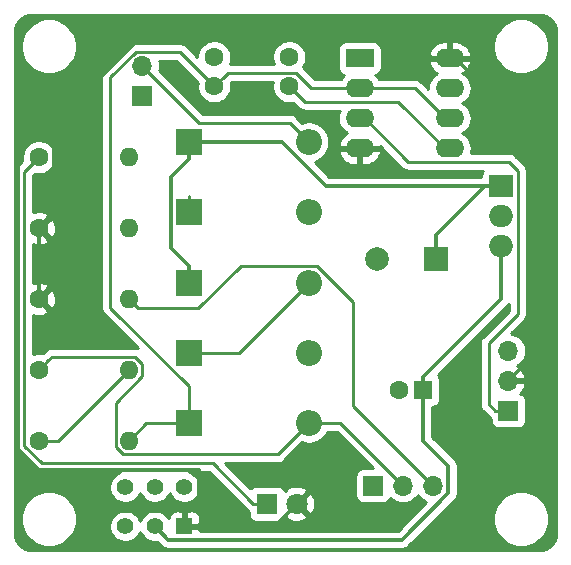
<source format=gtl>
G04 #@! TF.GenerationSoftware,KiCad,Pcbnew,(5.1.4)-1*
G04 #@! TF.CreationDate,2022-04-13T08:26:58-06:00*
G04 #@! TF.ProjectId,UselessBox V2,5573656c-6573-4734-926f-782056322e6b,2*
G04 #@! TF.SameCoordinates,Original*
G04 #@! TF.FileFunction,Copper,L1,Top*
G04 #@! TF.FilePolarity,Positive*
%FSLAX46Y46*%
G04 Gerber Fmt 4.6, Leading zero omitted, Abs format (unit mm)*
G04 Created by KiCad (PCBNEW (5.1.4)-1) date 2022-04-13 08:26:58*
%MOMM*%
%LPD*%
G04 APERTURE LIST*
%ADD10O,1.700000X1.700000*%
%ADD11R,1.700000X1.700000*%
%ADD12O,2.200000X2.200000*%
%ADD13R,2.200000X2.200000*%
%ADD14R,2.000000X2.000000*%
%ADD15C,2.000000*%
%ADD16R,1.600000X1.600000*%
%ADD17C,1.600000*%
%ADD18R,1.800000X1.800000*%
%ADD19C,1.800000*%
%ADD20O,1.600000X1.600000*%
%ADD21R,1.400000X1.400000*%
%ADD22C,1.400000*%
%ADD23R,2.000000X1.905000*%
%ADD24O,2.000000X1.905000*%
%ADD25R,2.400000X1.600000*%
%ADD26O,2.400000X1.600000*%
%ADD27C,0.300000*%
%ADD28C,0.250000*%
%ADD29C,0.254000*%
G04 APERTURE END LIST*
D10*
X160370677Y-118364000D03*
X157830677Y-118364000D03*
D11*
X155290677Y-118364000D03*
D10*
X135763000Y-82804000D03*
D11*
X135763000Y-85344000D03*
D12*
X149860000Y-113057000D03*
D13*
X139700000Y-113057000D03*
D12*
X149860000Y-107106250D03*
D13*
X139700000Y-107106250D03*
D12*
X149860000Y-101155500D03*
D13*
X139700000Y-101155500D03*
D12*
X149860000Y-95204750D03*
D13*
X139700000Y-95204750D03*
D12*
X149860000Y-89254000D03*
D13*
X139700000Y-89254000D03*
D14*
X160655000Y-99187000D03*
D15*
X155655000Y-99187000D03*
D16*
X159512000Y-110236000D03*
D17*
X157512000Y-110236000D03*
X141859000Y-84544000D03*
X141859000Y-82044000D03*
X148209000Y-82044000D03*
X148209000Y-84544000D03*
D18*
X146304000Y-119888000D03*
D19*
X148844000Y-119888000D03*
D11*
X166751000Y-112014000D03*
D10*
X166751000Y-109474000D03*
X166751000Y-106934000D03*
D17*
X127000000Y-90551000D03*
D20*
X134620000Y-90551000D03*
X134620000Y-96551750D03*
D17*
X127000000Y-96551750D03*
X127000000Y-102552500D03*
D20*
X134620000Y-102552500D03*
X134620000Y-108553250D03*
D17*
X127000000Y-108553250D03*
X127000000Y-114554000D03*
D20*
X134620000Y-114554000D03*
D21*
X139319000Y-121793000D03*
D22*
X136819000Y-121793000D03*
X134319000Y-121793000D03*
X139319000Y-118493000D03*
X136819000Y-118493000D03*
X134319000Y-118493000D03*
D23*
X166116000Y-92964000D03*
D24*
X166116000Y-95504000D03*
X166116000Y-98044000D03*
D25*
X154178000Y-82169000D03*
D26*
X161798000Y-89789000D03*
X154178000Y-84709000D03*
X161798000Y-87249000D03*
X154178000Y-87249000D03*
X161798000Y-84709000D03*
X154178000Y-89789000D03*
X161798000Y-82169000D03*
D27*
X139700000Y-90654000D02*
X139700000Y-89254000D01*
X138149999Y-92204001D02*
X139700000Y-90654000D01*
X138149999Y-98205499D02*
X138149999Y-92204001D01*
X139700000Y-99755500D02*
X138149999Y-98205499D01*
X139700000Y-101155500D02*
X139700000Y-99755500D01*
X166116000Y-92964000D02*
X166068500Y-92964000D01*
X151275998Y-92964000D02*
X164816000Y-92964000D01*
X147565998Y-89254000D02*
X151275998Y-92964000D01*
X139700000Y-89254000D02*
X147565998Y-89254000D01*
X160655000Y-97887000D02*
X160655000Y-99187000D01*
X160655000Y-97125000D02*
X160655000Y-97887000D01*
X164816000Y-92964000D02*
X160655000Y-97125000D01*
X166116000Y-92964000D02*
X164816000Y-92964000D01*
X157715678Y-122943001D02*
X161670678Y-118988001D01*
X137969001Y-122943001D02*
X157715678Y-122943001D01*
X136819000Y-121793000D02*
X137969001Y-122943001D01*
X166116000Y-98044000D02*
X166068500Y-98044000D01*
X159512000Y-110236000D02*
X159512000Y-109136000D01*
X166116000Y-102532000D02*
X166116000Y-98044000D01*
X159512000Y-109136000D02*
X166116000Y-102532000D01*
X159512000Y-114554000D02*
X161670678Y-116712678D01*
X159512000Y-110236000D02*
X159512000Y-114554000D01*
X161670678Y-116712678D02*
X161670678Y-118988001D01*
D28*
X153778000Y-84709000D02*
X154178000Y-84709000D01*
X161398000Y-87249000D02*
X161798000Y-87249000D01*
X158858000Y-84709000D02*
X161398000Y-87249000D01*
X154178000Y-84709000D02*
X158858000Y-84709000D01*
X136117000Y-113057000D02*
X139700000Y-113057000D01*
X134620000Y-114554000D02*
X136117000Y-113057000D01*
X141059001Y-83744001D02*
X141859000Y-84544000D01*
X138943999Y-81628999D02*
X141059001Y-83744001D01*
X135198999Y-81628999D02*
X138943999Y-81628999D01*
X133044989Y-83783009D02*
X135198999Y-81628999D01*
X133044989Y-103278901D02*
X133044989Y-83783009D01*
X139700000Y-109933912D02*
X133044989Y-103278901D01*
X139700000Y-113057000D02*
X139700000Y-109933912D01*
X142658999Y-83744001D02*
X141859000Y-84544000D01*
X142984001Y-83418999D02*
X142658999Y-83744001D01*
X148749001Y-83418999D02*
X142984001Y-83418999D01*
X150039002Y-84709000D02*
X148749001Y-83418999D01*
X154178000Y-84709000D02*
X150039002Y-84709000D01*
X149008999Y-85343999D02*
X148209000Y-84544000D01*
X149499010Y-85834010D02*
X149008999Y-85343999D01*
X157443010Y-85834010D02*
X149499010Y-85834010D01*
X161398000Y-89789000D02*
X157443010Y-85834010D01*
X161798000Y-89789000D02*
X161398000Y-89789000D01*
X145154000Y-119888000D02*
X146304000Y-119888000D01*
X141725000Y-116459000D02*
X145154000Y-119888000D01*
X127239998Y-116459000D02*
X141725000Y-116459000D01*
X125774999Y-114994001D02*
X127239998Y-116459000D01*
X125774999Y-91776001D02*
X125774999Y-114994001D01*
X127000000Y-90551000D02*
X125774999Y-91776001D01*
D27*
X140319000Y-121793000D02*
X139319000Y-121793000D01*
X140364010Y-121838010D02*
X140319000Y-121793000D01*
X146893990Y-121838010D02*
X140364010Y-121838010D01*
X148844000Y-119888000D02*
X146893990Y-121838010D01*
X127000000Y-102552500D02*
X127000000Y-96551750D01*
X160298000Y-82169000D02*
X161798000Y-82169000D01*
X158372989Y-80243989D02*
X160298000Y-82169000D01*
X135770823Y-80243989D02*
X158372989Y-80243989D01*
X128250001Y-87764811D02*
X135770823Y-80243989D01*
X128250001Y-95301749D02*
X128250001Y-87764811D01*
X127000000Y-96551750D02*
X128250001Y-95301749D01*
X125199989Y-88795011D02*
X125199989Y-115232177D01*
X126230189Y-87764811D02*
X125199989Y-88795011D01*
X128250001Y-87764811D02*
X126230189Y-87764811D01*
X127001822Y-117034010D02*
X140529010Y-117034010D01*
X125199989Y-115232177D02*
X127001822Y-117034010D01*
X139319000Y-120793000D02*
X139319000Y-121793000D01*
X140529010Y-119582990D02*
X139319000Y-120793000D01*
X140529010Y-117034010D02*
X140529010Y-119582990D01*
X162198000Y-82169000D02*
X161798000Y-82169000D01*
X169866010Y-89837010D02*
X162198000Y-82169000D01*
X169866010Y-106358990D02*
X166751000Y-109474000D01*
X169866010Y-89837010D02*
X169866010Y-106358990D01*
D28*
X160370677Y-118364000D02*
X153638676Y-111631999D01*
X135419999Y-103352499D02*
X134620000Y-102552500D01*
X140468003Y-103352499D02*
X135419999Y-103352499D01*
X144090003Y-99730499D02*
X140468003Y-103352499D01*
X150544001Y-99730499D02*
X144090003Y-99730499D01*
X153638676Y-102825174D02*
X150544001Y-99730499D01*
X153638676Y-111631999D02*
X153638676Y-102825174D01*
X128619250Y-114554000D02*
X127000000Y-114554000D01*
X134620000Y-108553250D02*
X128619250Y-114554000D01*
X152523677Y-113057000D02*
X157830677Y-118364000D01*
X149860000Y-113057000D02*
X152523677Y-113057000D01*
X127799999Y-107753251D02*
X127000000Y-108553250D01*
X128125001Y-107428249D02*
X127799999Y-107753251D01*
X135160001Y-107428249D02*
X128125001Y-107428249D01*
X135745001Y-108013249D02*
X135160001Y-107428249D01*
X135745001Y-109093251D02*
X135745001Y-108013249D01*
X133494999Y-115094001D02*
X133494999Y-111343253D01*
X133494999Y-111343253D02*
X135745001Y-109093251D01*
X134097998Y-115697000D02*
X133494999Y-115094001D01*
X147220000Y-115697000D02*
X134097998Y-115697000D01*
X149860000Y-113057000D02*
X147220000Y-115697000D01*
X139700000Y-93854750D02*
X139700000Y-95204750D01*
X139700000Y-93817998D02*
X139700000Y-93854750D01*
X136612999Y-83653999D02*
X135763000Y-82804000D01*
X140589000Y-87630000D02*
X136612999Y-83653999D01*
X148236000Y-87630000D02*
X140589000Y-87630000D01*
X149860000Y-89254000D02*
X148236000Y-87630000D01*
X143909250Y-107106250D02*
X149860000Y-101155500D01*
X139700000Y-107106250D02*
X143909250Y-107106250D01*
X165651000Y-112014000D02*
X166751000Y-112014000D01*
X165100000Y-106299000D02*
X165100000Y-111463000D01*
X165100000Y-111463000D02*
X165651000Y-112014000D01*
X154178000Y-87249000D02*
X154578000Y-87249000D01*
X154578000Y-87249000D02*
X158243010Y-90914010D01*
X158243010Y-90914010D02*
X166783512Y-90914010D01*
X166783512Y-90914010D02*
X167541010Y-91671508D01*
X167541010Y-91671508D02*
X167541010Y-103857990D01*
X167541010Y-103857990D02*
X165100000Y-106299000D01*
D29*
G36*
X169683875Y-78540234D02*
G01*
X169939622Y-78617448D01*
X170175504Y-78742869D01*
X170382530Y-78911716D01*
X170552813Y-79117554D01*
X170679879Y-79352556D01*
X170758876Y-79607756D01*
X170790000Y-79903882D01*
X170790001Y-122399675D01*
X170760766Y-122697840D01*
X170683551Y-122953588D01*
X170558131Y-123189468D01*
X170389289Y-123396489D01*
X170183446Y-123566777D01*
X169948444Y-123693843D01*
X169693240Y-123772841D01*
X169397136Y-123803962D01*
X126397319Y-123800004D01*
X126099124Y-123770766D01*
X125843376Y-123693551D01*
X125607496Y-123568131D01*
X125400475Y-123399289D01*
X125230187Y-123193446D01*
X125103121Y-122958444D01*
X125024123Y-122703240D01*
X124993000Y-122407118D01*
X124993000Y-120925071D01*
X125478623Y-120925071D01*
X125478623Y-121390929D01*
X125569507Y-121847835D01*
X125747783Y-122278232D01*
X126006600Y-122665579D01*
X126336011Y-122994990D01*
X126723358Y-123253807D01*
X127153755Y-123432083D01*
X127610661Y-123522967D01*
X128076519Y-123522967D01*
X128533425Y-123432083D01*
X128963822Y-123253807D01*
X129351169Y-122994990D01*
X129680580Y-122665579D01*
X129939397Y-122278232D01*
X130117673Y-121847835D01*
X130208557Y-121390929D01*
X130208557Y-120925071D01*
X130117673Y-120468165D01*
X129939397Y-120037768D01*
X129680580Y-119650421D01*
X129351169Y-119321010D01*
X128963822Y-119062193D01*
X128533425Y-118883917D01*
X128076519Y-118793033D01*
X127610661Y-118793033D01*
X127153755Y-118883917D01*
X126723358Y-119062193D01*
X126336011Y-119321010D01*
X126006600Y-119650421D01*
X125747783Y-120037768D01*
X125569507Y-120468165D01*
X125478623Y-120925071D01*
X124993000Y-120925071D01*
X124993000Y-91776001D01*
X125011323Y-91776001D01*
X125014999Y-91813323D01*
X125015000Y-114956668D01*
X125011323Y-114994001D01*
X125015000Y-115031334D01*
X125025997Y-115142987D01*
X125039044Y-115185997D01*
X125069453Y-115286247D01*
X125140025Y-115418277D01*
X125181455Y-115468759D01*
X125234999Y-115534002D01*
X125263997Y-115557800D01*
X126676203Y-116970008D01*
X126699997Y-116999001D01*
X126728990Y-117022795D01*
X126728994Y-117022799D01*
X126799683Y-117080811D01*
X126815722Y-117093974D01*
X126947751Y-117164546D01*
X127091012Y-117208003D01*
X127202665Y-117219000D01*
X127202674Y-117219000D01*
X127239997Y-117222676D01*
X127277320Y-117219000D01*
X133906187Y-117219000D01*
X133686641Y-117309939D01*
X133467987Y-117456038D01*
X133282038Y-117641987D01*
X133135939Y-117860641D01*
X133035304Y-118103595D01*
X132984000Y-118361514D01*
X132984000Y-118624486D01*
X133035304Y-118882405D01*
X133135939Y-119125359D01*
X133282038Y-119344013D01*
X133467987Y-119529962D01*
X133686641Y-119676061D01*
X133929595Y-119776696D01*
X134187514Y-119828000D01*
X134450486Y-119828000D01*
X134708405Y-119776696D01*
X134951359Y-119676061D01*
X135170013Y-119529962D01*
X135355962Y-119344013D01*
X135502061Y-119125359D01*
X135569000Y-118963754D01*
X135635939Y-119125359D01*
X135782038Y-119344013D01*
X135967987Y-119529962D01*
X136186641Y-119676061D01*
X136429595Y-119776696D01*
X136687514Y-119828000D01*
X136950486Y-119828000D01*
X137208405Y-119776696D01*
X137451359Y-119676061D01*
X137670013Y-119529962D01*
X137855962Y-119344013D01*
X138002061Y-119125359D01*
X138069000Y-118963754D01*
X138135939Y-119125359D01*
X138282038Y-119344013D01*
X138467987Y-119529962D01*
X138686641Y-119676061D01*
X138929595Y-119776696D01*
X139187514Y-119828000D01*
X139450486Y-119828000D01*
X139708405Y-119776696D01*
X139951359Y-119676061D01*
X140170013Y-119529962D01*
X140355962Y-119344013D01*
X140502061Y-119125359D01*
X140602696Y-118882405D01*
X140654000Y-118624486D01*
X140654000Y-118361514D01*
X140602696Y-118103595D01*
X140502061Y-117860641D01*
X140355962Y-117641987D01*
X140170013Y-117456038D01*
X139951359Y-117309939D01*
X139731813Y-117219000D01*
X141410199Y-117219000D01*
X144590201Y-120399003D01*
X144613999Y-120428001D01*
X144729724Y-120522974D01*
X144765928Y-120542326D01*
X144765928Y-120788000D01*
X144778188Y-120912482D01*
X144814498Y-121032180D01*
X144873463Y-121142494D01*
X144952815Y-121239185D01*
X145049506Y-121318537D01*
X145159820Y-121377502D01*
X145279518Y-121413812D01*
X145404000Y-121426072D01*
X147204000Y-121426072D01*
X147328482Y-121413812D01*
X147448180Y-121377502D01*
X147558494Y-121318537D01*
X147655185Y-121239185D01*
X147734537Y-121142494D01*
X147793502Y-121032180D01*
X147796813Y-121021265D01*
X147843578Y-121068030D01*
X147959526Y-120952082D01*
X148043208Y-121206261D01*
X148315775Y-121337158D01*
X148608642Y-121412365D01*
X148910553Y-121428991D01*
X149209907Y-121386397D01*
X149495199Y-121286222D01*
X149644792Y-121206261D01*
X149728475Y-120952080D01*
X148844000Y-120067605D01*
X148829858Y-120081748D01*
X148650253Y-119902143D01*
X148664395Y-119888000D01*
X149023605Y-119888000D01*
X149908080Y-120772475D01*
X150162261Y-120688792D01*
X150293158Y-120416225D01*
X150368365Y-120123358D01*
X150384991Y-119821447D01*
X150342397Y-119522093D01*
X150242222Y-119236801D01*
X150162261Y-119087208D01*
X149908080Y-119003525D01*
X149023605Y-119888000D01*
X148664395Y-119888000D01*
X148650253Y-119873858D01*
X148829858Y-119694253D01*
X148844000Y-119708395D01*
X149728475Y-118823920D01*
X149644792Y-118569739D01*
X149372225Y-118438842D01*
X149079358Y-118363635D01*
X148777447Y-118347009D01*
X148478093Y-118389603D01*
X148192801Y-118489778D01*
X148043208Y-118569739D01*
X147959526Y-118823918D01*
X147843578Y-118707970D01*
X147796813Y-118754735D01*
X147793502Y-118743820D01*
X147734537Y-118633506D01*
X147655185Y-118536815D01*
X147558494Y-118457463D01*
X147448180Y-118398498D01*
X147328482Y-118362188D01*
X147204000Y-118349928D01*
X145404000Y-118349928D01*
X145279518Y-118362188D01*
X145159820Y-118398498D01*
X145049506Y-118457463D01*
X144952815Y-118536815D01*
X144918919Y-118578117D01*
X142797801Y-116457000D01*
X147182678Y-116457000D01*
X147220000Y-116460676D01*
X147257322Y-116457000D01*
X147257333Y-116457000D01*
X147368986Y-116446003D01*
X147512247Y-116402546D01*
X147644276Y-116331974D01*
X147760001Y-116237001D01*
X147783804Y-116207997D01*
X149293560Y-114698241D01*
X149519881Y-114766895D01*
X149774775Y-114792000D01*
X149945225Y-114792000D01*
X150200119Y-114766895D01*
X150527168Y-114667686D01*
X150828578Y-114506579D01*
X151092766Y-114289766D01*
X151309579Y-114025578D01*
X151421066Y-113817000D01*
X152208876Y-113817000D01*
X155267803Y-116875928D01*
X154440677Y-116875928D01*
X154316195Y-116888188D01*
X154196497Y-116924498D01*
X154086183Y-116983463D01*
X153989492Y-117062815D01*
X153910140Y-117159506D01*
X153851175Y-117269820D01*
X153814865Y-117389518D01*
X153802605Y-117514000D01*
X153802605Y-119214000D01*
X153814865Y-119338482D01*
X153851175Y-119458180D01*
X153910140Y-119568494D01*
X153989492Y-119665185D01*
X154086183Y-119744537D01*
X154196497Y-119803502D01*
X154316195Y-119839812D01*
X154440677Y-119852072D01*
X156140677Y-119852072D01*
X156265159Y-119839812D01*
X156384857Y-119803502D01*
X156495171Y-119744537D01*
X156591862Y-119665185D01*
X156671214Y-119568494D01*
X156730179Y-119458180D01*
X156751070Y-119389313D01*
X156775543Y-119419134D01*
X157001663Y-119604706D01*
X157259643Y-119742599D01*
X157539566Y-119827513D01*
X157757727Y-119849000D01*
X157903627Y-119849000D01*
X158121788Y-119827513D01*
X158401711Y-119742599D01*
X158659691Y-119604706D01*
X158885811Y-119419134D01*
X159071383Y-119193014D01*
X159100677Y-119138209D01*
X159129971Y-119193014D01*
X159315543Y-119419134D01*
X159541663Y-119604706D01*
X159799643Y-119742599D01*
X159804461Y-119744061D01*
X157390521Y-122158001D01*
X140654588Y-122158001D01*
X140654000Y-122078750D01*
X140495250Y-121920000D01*
X139446000Y-121920000D01*
X139446000Y-121940000D01*
X139192000Y-121940000D01*
X139192000Y-121920000D01*
X139172000Y-121920000D01*
X139172000Y-121666000D01*
X139192000Y-121666000D01*
X139192000Y-120616750D01*
X139446000Y-120616750D01*
X139446000Y-121666000D01*
X140495250Y-121666000D01*
X140654000Y-121507250D01*
X140657072Y-121093000D01*
X140644812Y-120968518D01*
X140608502Y-120848820D01*
X140549537Y-120738506D01*
X140470185Y-120641815D01*
X140373494Y-120562463D01*
X140263180Y-120503498D01*
X140143482Y-120467188D01*
X140019000Y-120454928D01*
X139604750Y-120458000D01*
X139446000Y-120616750D01*
X139192000Y-120616750D01*
X139033250Y-120458000D01*
X138619000Y-120454928D01*
X138494518Y-120467188D01*
X138374820Y-120503498D01*
X138264506Y-120562463D01*
X138167815Y-120641815D01*
X138088463Y-120738506D01*
X138029498Y-120848820D01*
X137993188Y-120968518D01*
X137980928Y-121093000D01*
X137981198Y-121129417D01*
X137855962Y-120941987D01*
X137670013Y-120756038D01*
X137451359Y-120609939D01*
X137208405Y-120509304D01*
X136950486Y-120458000D01*
X136687514Y-120458000D01*
X136429595Y-120509304D01*
X136186641Y-120609939D01*
X135967987Y-120756038D01*
X135782038Y-120941987D01*
X135635939Y-121160641D01*
X135569000Y-121322246D01*
X135502061Y-121160641D01*
X135355962Y-120941987D01*
X135170013Y-120756038D01*
X134951359Y-120609939D01*
X134708405Y-120509304D01*
X134450486Y-120458000D01*
X134187514Y-120458000D01*
X133929595Y-120509304D01*
X133686641Y-120609939D01*
X133467987Y-120756038D01*
X133282038Y-120941987D01*
X133135939Y-121160641D01*
X133035304Y-121403595D01*
X132984000Y-121661514D01*
X132984000Y-121924486D01*
X133035304Y-122182405D01*
X133135939Y-122425359D01*
X133282038Y-122644013D01*
X133467987Y-122829962D01*
X133686641Y-122976061D01*
X133929595Y-123076696D01*
X134187514Y-123128000D01*
X134450486Y-123128000D01*
X134708405Y-123076696D01*
X134951359Y-122976061D01*
X135170013Y-122829962D01*
X135355962Y-122644013D01*
X135502061Y-122425359D01*
X135569000Y-122263754D01*
X135635939Y-122425359D01*
X135782038Y-122644013D01*
X135967987Y-122829962D01*
X136186641Y-122976061D01*
X136429595Y-123076696D01*
X136687514Y-123128000D01*
X136950486Y-123128000D01*
X137028353Y-123112511D01*
X137386659Y-123470816D01*
X137411237Y-123500765D01*
X137441185Y-123525343D01*
X137441188Y-123525346D01*
X137446060Y-123529344D01*
X137530768Y-123598863D01*
X137667141Y-123671755D01*
X137815114Y-123716642D01*
X137930440Y-123728001D01*
X137930447Y-123728001D01*
X137969000Y-123731798D01*
X138007553Y-123728001D01*
X157677125Y-123728001D01*
X157715678Y-123731798D01*
X157754231Y-123728001D01*
X157754239Y-123728001D01*
X157869565Y-123716642D01*
X158017538Y-123671755D01*
X158153911Y-123598863D01*
X158273442Y-123500765D01*
X158298025Y-123470811D01*
X160843765Y-120925071D01*
X165478623Y-120925071D01*
X165478623Y-121390929D01*
X165569507Y-121847835D01*
X165747783Y-122278232D01*
X166006600Y-122665579D01*
X166336011Y-122994990D01*
X166723358Y-123253807D01*
X167153755Y-123432083D01*
X167610661Y-123522967D01*
X168076519Y-123522967D01*
X168533425Y-123432083D01*
X168963822Y-123253807D01*
X169351169Y-122994990D01*
X169680580Y-122665579D01*
X169939397Y-122278232D01*
X170117673Y-121847835D01*
X170208557Y-121390929D01*
X170208557Y-120925071D01*
X170117673Y-120468165D01*
X169939397Y-120037768D01*
X169680580Y-119650421D01*
X169351169Y-119321010D01*
X168963822Y-119062193D01*
X168533425Y-118883917D01*
X168076519Y-118793033D01*
X167610661Y-118793033D01*
X167153755Y-118883917D01*
X166723358Y-119062193D01*
X166336011Y-119321010D01*
X166006600Y-119650421D01*
X165747783Y-120037768D01*
X165569507Y-120468165D01*
X165478623Y-120925071D01*
X160843765Y-120925071D01*
X162198488Y-119570348D01*
X162228442Y-119545765D01*
X162326540Y-119426234D01*
X162399432Y-119289861D01*
X162415528Y-119236801D01*
X162444320Y-119141888D01*
X162451698Y-119066975D01*
X162455678Y-119026562D01*
X162455678Y-119026557D01*
X162459475Y-118988001D01*
X162455678Y-118949445D01*
X162455678Y-116751234D01*
X162459475Y-116712678D01*
X162455678Y-116674118D01*
X162455678Y-116674117D01*
X162451698Y-116633704D01*
X162444320Y-116558791D01*
X162399432Y-116410818D01*
X162395010Y-116402545D01*
X162326540Y-116274445D01*
X162228442Y-116154914D01*
X162198489Y-116130332D01*
X160297000Y-114228843D01*
X160297000Y-111674072D01*
X160312000Y-111674072D01*
X160436482Y-111661812D01*
X160556180Y-111625502D01*
X160666494Y-111566537D01*
X160763185Y-111487185D01*
X160842537Y-111390494D01*
X160901502Y-111280180D01*
X160937812Y-111160482D01*
X160950072Y-111036000D01*
X160950072Y-109436000D01*
X160937812Y-109311518D01*
X160901502Y-109191820D01*
X160842537Y-109081506D01*
X160767763Y-108990394D01*
X166643817Y-103114341D01*
X166673764Y-103089764D01*
X166771862Y-102970233D01*
X166781011Y-102953116D01*
X166781011Y-103543186D01*
X164589003Y-105735196D01*
X164559999Y-105758999D01*
X164504871Y-105826174D01*
X164465026Y-105874724D01*
X164461261Y-105881768D01*
X164394454Y-106006754D01*
X164350997Y-106150015D01*
X164340000Y-106261668D01*
X164340000Y-106261678D01*
X164336324Y-106299000D01*
X164340000Y-106336323D01*
X164340001Y-111425668D01*
X164336324Y-111463000D01*
X164340001Y-111500333D01*
X164350998Y-111611986D01*
X164364180Y-111655442D01*
X164394454Y-111755246D01*
X164465026Y-111887276D01*
X164495367Y-111924246D01*
X164560000Y-112003001D01*
X164588998Y-112026799D01*
X165087200Y-112525002D01*
X165110999Y-112554001D01*
X165226724Y-112648974D01*
X165262928Y-112668326D01*
X165262928Y-112864000D01*
X165275188Y-112988482D01*
X165311498Y-113108180D01*
X165370463Y-113218494D01*
X165449815Y-113315185D01*
X165546506Y-113394537D01*
X165656820Y-113453502D01*
X165776518Y-113489812D01*
X165901000Y-113502072D01*
X167601000Y-113502072D01*
X167725482Y-113489812D01*
X167845180Y-113453502D01*
X167955494Y-113394537D01*
X168052185Y-113315185D01*
X168131537Y-113218494D01*
X168190502Y-113108180D01*
X168226812Y-112988482D01*
X168239072Y-112864000D01*
X168239072Y-111164000D01*
X168226812Y-111039518D01*
X168190502Y-110919820D01*
X168131537Y-110809506D01*
X168052185Y-110712815D01*
X167955494Y-110633463D01*
X167845180Y-110574498D01*
X167764534Y-110550034D01*
X167848588Y-110474269D01*
X168022641Y-110240920D01*
X168147825Y-109978099D01*
X168192476Y-109830890D01*
X168071155Y-109601000D01*
X166878000Y-109601000D01*
X166878000Y-109621000D01*
X166624000Y-109621000D01*
X166624000Y-109601000D01*
X166604000Y-109601000D01*
X166604000Y-109347000D01*
X166624000Y-109347000D01*
X166624000Y-109327000D01*
X166878000Y-109327000D01*
X166878000Y-109347000D01*
X168071155Y-109347000D01*
X168192476Y-109117110D01*
X168147825Y-108969901D01*
X168022641Y-108707080D01*
X167848588Y-108473731D01*
X167632355Y-108278822D01*
X167515477Y-108209201D01*
X167580014Y-108174706D01*
X167806134Y-107989134D01*
X167991706Y-107763014D01*
X168129599Y-107505034D01*
X168214513Y-107225111D01*
X168243185Y-106934000D01*
X168214513Y-106642889D01*
X168129599Y-106362966D01*
X167991706Y-106104986D01*
X167806134Y-105878866D01*
X167580014Y-105693294D01*
X167322034Y-105555401D01*
X167042111Y-105470487D01*
X167006794Y-105467009D01*
X168052018Y-104421785D01*
X168081011Y-104397991D01*
X168104805Y-104368998D01*
X168104809Y-104368994D01*
X168175983Y-104282267D01*
X168175984Y-104282266D01*
X168246556Y-104150237D01*
X168290013Y-104006976D01*
X168301010Y-103895323D01*
X168301010Y-103895314D01*
X168304686Y-103857991D01*
X168301010Y-103820668D01*
X168301010Y-91708831D01*
X168304686Y-91671508D01*
X168301010Y-91634185D01*
X168301010Y-91634175D01*
X168290013Y-91522522D01*
X168246556Y-91379261D01*
X168243438Y-91373428D01*
X168175984Y-91247231D01*
X168104809Y-91160505D01*
X168081011Y-91131507D01*
X168052014Y-91107710D01*
X167347315Y-90403012D01*
X167323513Y-90374009D01*
X167207788Y-90279036D01*
X167075759Y-90208464D01*
X166932498Y-90165007D01*
X166820845Y-90154010D01*
X166820834Y-90154010D01*
X166783512Y-90150334D01*
X166746190Y-90154010D01*
X163586846Y-90154010D01*
X163612236Y-90070309D01*
X163639943Y-89789000D01*
X163612236Y-89507691D01*
X163530182Y-89237192D01*
X163396932Y-88987899D01*
X163217608Y-88769392D01*
X162999101Y-88590068D01*
X162866142Y-88519000D01*
X162999101Y-88447932D01*
X163217608Y-88268608D01*
X163396932Y-88050101D01*
X163530182Y-87800808D01*
X163612236Y-87530309D01*
X163639943Y-87249000D01*
X163612236Y-86967691D01*
X163530182Y-86697192D01*
X163396932Y-86447899D01*
X163217608Y-86229392D01*
X162999101Y-86050068D01*
X162866142Y-85979000D01*
X162999101Y-85907932D01*
X163217608Y-85728608D01*
X163396932Y-85510101D01*
X163530182Y-85260808D01*
X163612236Y-84990309D01*
X163639943Y-84709000D01*
X163612236Y-84427691D01*
X163530182Y-84157192D01*
X163396932Y-83907899D01*
X163217608Y-83689392D01*
X162999101Y-83510068D01*
X162871259Y-83441735D01*
X163100839Y-83291601D01*
X163302500Y-83093895D01*
X163461715Y-82860646D01*
X163572367Y-82600818D01*
X163589904Y-82518039D01*
X163467915Y-82296000D01*
X161925000Y-82296000D01*
X161925000Y-82316000D01*
X161671000Y-82316000D01*
X161671000Y-82296000D01*
X160128085Y-82296000D01*
X160006096Y-82518039D01*
X160023633Y-82600818D01*
X160134285Y-82860646D01*
X160293500Y-83093895D01*
X160495161Y-83291601D01*
X160724741Y-83441735D01*
X160596899Y-83510068D01*
X160378392Y-83689392D01*
X160199068Y-83907899D01*
X160065818Y-84157192D01*
X159983764Y-84427691D01*
X159956057Y-84709000D01*
X159958598Y-84734796D01*
X159421804Y-84198003D01*
X159398001Y-84168999D01*
X159282276Y-84074026D01*
X159150247Y-84003454D01*
X159006986Y-83959997D01*
X158895333Y-83949000D01*
X158895322Y-83949000D01*
X158858000Y-83945324D01*
X158820678Y-83949000D01*
X155798901Y-83949000D01*
X155776932Y-83907899D01*
X155597608Y-83689392D01*
X155484518Y-83596581D01*
X155502482Y-83594812D01*
X155622180Y-83558502D01*
X155732494Y-83499537D01*
X155829185Y-83420185D01*
X155908537Y-83323494D01*
X155967502Y-83213180D01*
X156003812Y-83093482D01*
X156016072Y-82969000D01*
X156016072Y-81819961D01*
X160006096Y-81819961D01*
X160128085Y-82042000D01*
X161671000Y-82042000D01*
X161671000Y-80734000D01*
X161925000Y-80734000D01*
X161925000Y-82042000D01*
X163467915Y-82042000D01*
X163589904Y-81819961D01*
X163572367Y-81737182D01*
X163461715Y-81477354D01*
X163302500Y-81244105D01*
X163100839Y-81046399D01*
X162915308Y-80925071D01*
X165478623Y-80925071D01*
X165478623Y-81390929D01*
X165569507Y-81847835D01*
X165747783Y-82278232D01*
X166006600Y-82665579D01*
X166336011Y-82994990D01*
X166723358Y-83253807D01*
X167153755Y-83432083D01*
X167610661Y-83522967D01*
X168076519Y-83522967D01*
X168533425Y-83432083D01*
X168963822Y-83253807D01*
X169351169Y-82994990D01*
X169680580Y-82665579D01*
X169939397Y-82278232D01*
X170117673Y-81847835D01*
X170208557Y-81390929D01*
X170208557Y-80925071D01*
X170117673Y-80468165D01*
X169939397Y-80037768D01*
X169680580Y-79650421D01*
X169351169Y-79321010D01*
X168963822Y-79062193D01*
X168533425Y-78883917D01*
X168076519Y-78793033D01*
X167610661Y-78793033D01*
X167153755Y-78883917D01*
X166723358Y-79062193D01*
X166336011Y-79321010D01*
X166006600Y-79650421D01*
X165747783Y-80037768D01*
X165569507Y-80468165D01*
X165478623Y-80925071D01*
X162915308Y-80925071D01*
X162864483Y-80891834D01*
X162602514Y-80786350D01*
X162325000Y-80734000D01*
X161925000Y-80734000D01*
X161671000Y-80734000D01*
X161271000Y-80734000D01*
X160993486Y-80786350D01*
X160731517Y-80891834D01*
X160495161Y-81046399D01*
X160293500Y-81244105D01*
X160134285Y-81477354D01*
X160023633Y-81737182D01*
X160006096Y-81819961D01*
X156016072Y-81819961D01*
X156016072Y-81369000D01*
X156003812Y-81244518D01*
X155967502Y-81124820D01*
X155908537Y-81014506D01*
X155829185Y-80917815D01*
X155732494Y-80838463D01*
X155622180Y-80779498D01*
X155502482Y-80743188D01*
X155378000Y-80730928D01*
X152978000Y-80730928D01*
X152853518Y-80743188D01*
X152733820Y-80779498D01*
X152623506Y-80838463D01*
X152526815Y-80917815D01*
X152447463Y-81014506D01*
X152388498Y-81124820D01*
X152352188Y-81244518D01*
X152339928Y-81369000D01*
X152339928Y-82969000D01*
X152352188Y-83093482D01*
X152388498Y-83213180D01*
X152447463Y-83323494D01*
X152526815Y-83420185D01*
X152623506Y-83499537D01*
X152733820Y-83558502D01*
X152853518Y-83594812D01*
X152871482Y-83596581D01*
X152758392Y-83689392D01*
X152579068Y-83907899D01*
X152557099Y-83949000D01*
X150353804Y-83949000D01*
X149339629Y-82934826D01*
X149480680Y-82723727D01*
X149588853Y-82462574D01*
X149644000Y-82185335D01*
X149644000Y-81902665D01*
X149588853Y-81625426D01*
X149480680Y-81364273D01*
X149323637Y-81129241D01*
X149123759Y-80929363D01*
X148888727Y-80772320D01*
X148627574Y-80664147D01*
X148350335Y-80609000D01*
X148067665Y-80609000D01*
X147790426Y-80664147D01*
X147529273Y-80772320D01*
X147294241Y-80929363D01*
X147094363Y-81129241D01*
X146937320Y-81364273D01*
X146829147Y-81625426D01*
X146774000Y-81902665D01*
X146774000Y-82185335D01*
X146829147Y-82462574D01*
X146910509Y-82658999D01*
X143157491Y-82658999D01*
X143238853Y-82462574D01*
X143294000Y-82185335D01*
X143294000Y-81902665D01*
X143238853Y-81625426D01*
X143130680Y-81364273D01*
X142973637Y-81129241D01*
X142773759Y-80929363D01*
X142538727Y-80772320D01*
X142277574Y-80664147D01*
X142000335Y-80609000D01*
X141717665Y-80609000D01*
X141440426Y-80664147D01*
X141179273Y-80772320D01*
X140944241Y-80929363D01*
X140744363Y-81129241D01*
X140587320Y-81364273D01*
X140479147Y-81625426D01*
X140424000Y-81902665D01*
X140424000Y-82034199D01*
X139507803Y-81118002D01*
X139484000Y-81088998D01*
X139368275Y-80994025D01*
X139236246Y-80923453D01*
X139092985Y-80879996D01*
X138981332Y-80868999D01*
X138981321Y-80868999D01*
X138943999Y-80865323D01*
X138906677Y-80868999D01*
X135236321Y-80868999D01*
X135198998Y-80865323D01*
X135161675Y-80868999D01*
X135161666Y-80868999D01*
X135050013Y-80879996D01*
X134906752Y-80923453D01*
X134774722Y-80994025D01*
X134710905Y-81046399D01*
X134658998Y-81088998D01*
X134635200Y-81117996D01*
X132533987Y-83219210D01*
X132504989Y-83243008D01*
X132481191Y-83272006D01*
X132481190Y-83272007D01*
X132410015Y-83358733D01*
X132339443Y-83490763D01*
X132295987Y-83634024D01*
X132281313Y-83783009D01*
X132284990Y-83820342D01*
X132284989Y-103241579D01*
X132281313Y-103278901D01*
X132284989Y-103316223D01*
X132284989Y-103316233D01*
X132295986Y-103427886D01*
X132318312Y-103501485D01*
X132339443Y-103571147D01*
X132410015Y-103703177D01*
X132449617Y-103751432D01*
X132504988Y-103818902D01*
X132533992Y-103842705D01*
X135397331Y-106706044D01*
X135308987Y-106679246D01*
X135197334Y-106668249D01*
X135197323Y-106668249D01*
X135160001Y-106664573D01*
X135122679Y-106668249D01*
X128162323Y-106668249D01*
X128125000Y-106664573D01*
X128087677Y-106668249D01*
X128087668Y-106668249D01*
X127976015Y-106679246D01*
X127832754Y-106722703D01*
X127700725Y-106793275D01*
X127585000Y-106888248D01*
X127561197Y-106917252D01*
X127323887Y-107154562D01*
X127141335Y-107118250D01*
X126858665Y-107118250D01*
X126581426Y-107173397D01*
X126534999Y-107192628D01*
X126534999Y-103915336D01*
X126788184Y-103978800D01*
X127070512Y-103992717D01*
X127350130Y-103951287D01*
X127616292Y-103856103D01*
X127741514Y-103789171D01*
X127813097Y-103545202D01*
X127000000Y-102732105D01*
X126985858Y-102746248D01*
X126806253Y-102566643D01*
X126820395Y-102552500D01*
X127179605Y-102552500D01*
X127992702Y-103365597D01*
X128236671Y-103294014D01*
X128357571Y-103038504D01*
X128426300Y-102764316D01*
X128440217Y-102481988D01*
X128398787Y-102202370D01*
X128303603Y-101936208D01*
X128236671Y-101810986D01*
X127992702Y-101739403D01*
X127179605Y-102552500D01*
X126820395Y-102552500D01*
X126806253Y-102538358D01*
X126985858Y-102358753D01*
X127000000Y-102372895D01*
X127813097Y-101559798D01*
X127741514Y-101315829D01*
X127486004Y-101194929D01*
X127211816Y-101126200D01*
X126929488Y-101112283D01*
X126649870Y-101153713D01*
X126534999Y-101194793D01*
X126534999Y-97914586D01*
X126788184Y-97978050D01*
X127070512Y-97991967D01*
X127350130Y-97950537D01*
X127616292Y-97855353D01*
X127741514Y-97788421D01*
X127813097Y-97544452D01*
X127000000Y-96731355D01*
X126985858Y-96745498D01*
X126806253Y-96565893D01*
X126820395Y-96551750D01*
X127179605Y-96551750D01*
X127992702Y-97364847D01*
X128236671Y-97293264D01*
X128357571Y-97037754D01*
X128426300Y-96763566D01*
X128440217Y-96481238D01*
X128398787Y-96201620D01*
X128303603Y-95935458D01*
X128236671Y-95810236D01*
X127992702Y-95738653D01*
X127179605Y-96551750D01*
X126820395Y-96551750D01*
X126806253Y-96537608D01*
X126985858Y-96358003D01*
X127000000Y-96372145D01*
X127813097Y-95559048D01*
X127741514Y-95315079D01*
X127486004Y-95194179D01*
X127211816Y-95125450D01*
X126929488Y-95111533D01*
X126649870Y-95152963D01*
X126534999Y-95194043D01*
X126534999Y-92090802D01*
X126676114Y-91949688D01*
X126858665Y-91986000D01*
X127141335Y-91986000D01*
X127418574Y-91930853D01*
X127679727Y-91822680D01*
X127914759Y-91665637D01*
X128114637Y-91465759D01*
X128271680Y-91230727D01*
X128379853Y-90969574D01*
X128435000Y-90692335D01*
X128435000Y-90409665D01*
X128379853Y-90132426D01*
X128271680Y-89871273D01*
X128114637Y-89636241D01*
X127914759Y-89436363D01*
X127679727Y-89279320D01*
X127418574Y-89171147D01*
X127141335Y-89116000D01*
X126858665Y-89116000D01*
X126581426Y-89171147D01*
X126320273Y-89279320D01*
X126085241Y-89436363D01*
X125885363Y-89636241D01*
X125728320Y-89871273D01*
X125620147Y-90132426D01*
X125565000Y-90409665D01*
X125565000Y-90692335D01*
X125601312Y-90874886D01*
X125264002Y-91212197D01*
X125234998Y-91236000D01*
X125179870Y-91303175D01*
X125140025Y-91351725D01*
X125091345Y-91442798D01*
X125069453Y-91483755D01*
X125025996Y-91627016D01*
X125014999Y-91738669D01*
X125014999Y-91738679D01*
X125011323Y-91776001D01*
X124993000Y-91776001D01*
X124993000Y-80925071D01*
X125478623Y-80925071D01*
X125478623Y-81390929D01*
X125569507Y-81847835D01*
X125747783Y-82278232D01*
X126006600Y-82665579D01*
X126336011Y-82994990D01*
X126723358Y-83253807D01*
X127153755Y-83432083D01*
X127610661Y-83522967D01*
X128076519Y-83522967D01*
X128533425Y-83432083D01*
X128963822Y-83253807D01*
X129351169Y-82994990D01*
X129680580Y-82665579D01*
X129939397Y-82278232D01*
X130117673Y-81847835D01*
X130208557Y-81390929D01*
X130208557Y-80925071D01*
X130117673Y-80468165D01*
X129939397Y-80037768D01*
X129680580Y-79650421D01*
X129351169Y-79321010D01*
X128963822Y-79062193D01*
X128533425Y-78883917D01*
X128076519Y-78793033D01*
X127610661Y-78793033D01*
X127153755Y-78883917D01*
X126723358Y-79062193D01*
X126336011Y-79321010D01*
X126006600Y-79650421D01*
X125747783Y-80037768D01*
X125569507Y-80468165D01*
X125478623Y-80925071D01*
X124993000Y-80925071D01*
X124993000Y-79915279D01*
X125022234Y-79617125D01*
X125099448Y-79361378D01*
X125224869Y-79125496D01*
X125393716Y-78918470D01*
X125599554Y-78748187D01*
X125834556Y-78621121D01*
X126089756Y-78542124D01*
X126385882Y-78511000D01*
X169385721Y-78511000D01*
X169683875Y-78540234D01*
X169683875Y-78540234D01*
G37*
X169683875Y-78540234D02*
X169939622Y-78617448D01*
X170175504Y-78742869D01*
X170382530Y-78911716D01*
X170552813Y-79117554D01*
X170679879Y-79352556D01*
X170758876Y-79607756D01*
X170790000Y-79903882D01*
X170790001Y-122399675D01*
X170760766Y-122697840D01*
X170683551Y-122953588D01*
X170558131Y-123189468D01*
X170389289Y-123396489D01*
X170183446Y-123566777D01*
X169948444Y-123693843D01*
X169693240Y-123772841D01*
X169397136Y-123803962D01*
X126397319Y-123800004D01*
X126099124Y-123770766D01*
X125843376Y-123693551D01*
X125607496Y-123568131D01*
X125400475Y-123399289D01*
X125230187Y-123193446D01*
X125103121Y-122958444D01*
X125024123Y-122703240D01*
X124993000Y-122407118D01*
X124993000Y-120925071D01*
X125478623Y-120925071D01*
X125478623Y-121390929D01*
X125569507Y-121847835D01*
X125747783Y-122278232D01*
X126006600Y-122665579D01*
X126336011Y-122994990D01*
X126723358Y-123253807D01*
X127153755Y-123432083D01*
X127610661Y-123522967D01*
X128076519Y-123522967D01*
X128533425Y-123432083D01*
X128963822Y-123253807D01*
X129351169Y-122994990D01*
X129680580Y-122665579D01*
X129939397Y-122278232D01*
X130117673Y-121847835D01*
X130208557Y-121390929D01*
X130208557Y-120925071D01*
X130117673Y-120468165D01*
X129939397Y-120037768D01*
X129680580Y-119650421D01*
X129351169Y-119321010D01*
X128963822Y-119062193D01*
X128533425Y-118883917D01*
X128076519Y-118793033D01*
X127610661Y-118793033D01*
X127153755Y-118883917D01*
X126723358Y-119062193D01*
X126336011Y-119321010D01*
X126006600Y-119650421D01*
X125747783Y-120037768D01*
X125569507Y-120468165D01*
X125478623Y-120925071D01*
X124993000Y-120925071D01*
X124993000Y-91776001D01*
X125011323Y-91776001D01*
X125014999Y-91813323D01*
X125015000Y-114956668D01*
X125011323Y-114994001D01*
X125015000Y-115031334D01*
X125025997Y-115142987D01*
X125039044Y-115185997D01*
X125069453Y-115286247D01*
X125140025Y-115418277D01*
X125181455Y-115468759D01*
X125234999Y-115534002D01*
X125263997Y-115557800D01*
X126676203Y-116970008D01*
X126699997Y-116999001D01*
X126728990Y-117022795D01*
X126728994Y-117022799D01*
X126799683Y-117080811D01*
X126815722Y-117093974D01*
X126947751Y-117164546D01*
X127091012Y-117208003D01*
X127202665Y-117219000D01*
X127202674Y-117219000D01*
X127239997Y-117222676D01*
X127277320Y-117219000D01*
X133906187Y-117219000D01*
X133686641Y-117309939D01*
X133467987Y-117456038D01*
X133282038Y-117641987D01*
X133135939Y-117860641D01*
X133035304Y-118103595D01*
X132984000Y-118361514D01*
X132984000Y-118624486D01*
X133035304Y-118882405D01*
X133135939Y-119125359D01*
X133282038Y-119344013D01*
X133467987Y-119529962D01*
X133686641Y-119676061D01*
X133929595Y-119776696D01*
X134187514Y-119828000D01*
X134450486Y-119828000D01*
X134708405Y-119776696D01*
X134951359Y-119676061D01*
X135170013Y-119529962D01*
X135355962Y-119344013D01*
X135502061Y-119125359D01*
X135569000Y-118963754D01*
X135635939Y-119125359D01*
X135782038Y-119344013D01*
X135967987Y-119529962D01*
X136186641Y-119676061D01*
X136429595Y-119776696D01*
X136687514Y-119828000D01*
X136950486Y-119828000D01*
X137208405Y-119776696D01*
X137451359Y-119676061D01*
X137670013Y-119529962D01*
X137855962Y-119344013D01*
X138002061Y-119125359D01*
X138069000Y-118963754D01*
X138135939Y-119125359D01*
X138282038Y-119344013D01*
X138467987Y-119529962D01*
X138686641Y-119676061D01*
X138929595Y-119776696D01*
X139187514Y-119828000D01*
X139450486Y-119828000D01*
X139708405Y-119776696D01*
X139951359Y-119676061D01*
X140170013Y-119529962D01*
X140355962Y-119344013D01*
X140502061Y-119125359D01*
X140602696Y-118882405D01*
X140654000Y-118624486D01*
X140654000Y-118361514D01*
X140602696Y-118103595D01*
X140502061Y-117860641D01*
X140355962Y-117641987D01*
X140170013Y-117456038D01*
X139951359Y-117309939D01*
X139731813Y-117219000D01*
X141410199Y-117219000D01*
X144590201Y-120399003D01*
X144613999Y-120428001D01*
X144729724Y-120522974D01*
X144765928Y-120542326D01*
X144765928Y-120788000D01*
X144778188Y-120912482D01*
X144814498Y-121032180D01*
X144873463Y-121142494D01*
X144952815Y-121239185D01*
X145049506Y-121318537D01*
X145159820Y-121377502D01*
X145279518Y-121413812D01*
X145404000Y-121426072D01*
X147204000Y-121426072D01*
X147328482Y-121413812D01*
X147448180Y-121377502D01*
X147558494Y-121318537D01*
X147655185Y-121239185D01*
X147734537Y-121142494D01*
X147793502Y-121032180D01*
X147796813Y-121021265D01*
X147843578Y-121068030D01*
X147959526Y-120952082D01*
X148043208Y-121206261D01*
X148315775Y-121337158D01*
X148608642Y-121412365D01*
X148910553Y-121428991D01*
X149209907Y-121386397D01*
X149495199Y-121286222D01*
X149644792Y-121206261D01*
X149728475Y-120952080D01*
X148844000Y-120067605D01*
X148829858Y-120081748D01*
X148650253Y-119902143D01*
X148664395Y-119888000D01*
X149023605Y-119888000D01*
X149908080Y-120772475D01*
X150162261Y-120688792D01*
X150293158Y-120416225D01*
X150368365Y-120123358D01*
X150384991Y-119821447D01*
X150342397Y-119522093D01*
X150242222Y-119236801D01*
X150162261Y-119087208D01*
X149908080Y-119003525D01*
X149023605Y-119888000D01*
X148664395Y-119888000D01*
X148650253Y-119873858D01*
X148829858Y-119694253D01*
X148844000Y-119708395D01*
X149728475Y-118823920D01*
X149644792Y-118569739D01*
X149372225Y-118438842D01*
X149079358Y-118363635D01*
X148777447Y-118347009D01*
X148478093Y-118389603D01*
X148192801Y-118489778D01*
X148043208Y-118569739D01*
X147959526Y-118823918D01*
X147843578Y-118707970D01*
X147796813Y-118754735D01*
X147793502Y-118743820D01*
X147734537Y-118633506D01*
X147655185Y-118536815D01*
X147558494Y-118457463D01*
X147448180Y-118398498D01*
X147328482Y-118362188D01*
X147204000Y-118349928D01*
X145404000Y-118349928D01*
X145279518Y-118362188D01*
X145159820Y-118398498D01*
X145049506Y-118457463D01*
X144952815Y-118536815D01*
X144918919Y-118578117D01*
X142797801Y-116457000D01*
X147182678Y-116457000D01*
X147220000Y-116460676D01*
X147257322Y-116457000D01*
X147257333Y-116457000D01*
X147368986Y-116446003D01*
X147512247Y-116402546D01*
X147644276Y-116331974D01*
X147760001Y-116237001D01*
X147783804Y-116207997D01*
X149293560Y-114698241D01*
X149519881Y-114766895D01*
X149774775Y-114792000D01*
X149945225Y-114792000D01*
X150200119Y-114766895D01*
X150527168Y-114667686D01*
X150828578Y-114506579D01*
X151092766Y-114289766D01*
X151309579Y-114025578D01*
X151421066Y-113817000D01*
X152208876Y-113817000D01*
X155267803Y-116875928D01*
X154440677Y-116875928D01*
X154316195Y-116888188D01*
X154196497Y-116924498D01*
X154086183Y-116983463D01*
X153989492Y-117062815D01*
X153910140Y-117159506D01*
X153851175Y-117269820D01*
X153814865Y-117389518D01*
X153802605Y-117514000D01*
X153802605Y-119214000D01*
X153814865Y-119338482D01*
X153851175Y-119458180D01*
X153910140Y-119568494D01*
X153989492Y-119665185D01*
X154086183Y-119744537D01*
X154196497Y-119803502D01*
X154316195Y-119839812D01*
X154440677Y-119852072D01*
X156140677Y-119852072D01*
X156265159Y-119839812D01*
X156384857Y-119803502D01*
X156495171Y-119744537D01*
X156591862Y-119665185D01*
X156671214Y-119568494D01*
X156730179Y-119458180D01*
X156751070Y-119389313D01*
X156775543Y-119419134D01*
X157001663Y-119604706D01*
X157259643Y-119742599D01*
X157539566Y-119827513D01*
X157757727Y-119849000D01*
X157903627Y-119849000D01*
X158121788Y-119827513D01*
X158401711Y-119742599D01*
X158659691Y-119604706D01*
X158885811Y-119419134D01*
X159071383Y-119193014D01*
X159100677Y-119138209D01*
X159129971Y-119193014D01*
X159315543Y-119419134D01*
X159541663Y-119604706D01*
X159799643Y-119742599D01*
X159804461Y-119744061D01*
X157390521Y-122158001D01*
X140654588Y-122158001D01*
X140654000Y-122078750D01*
X140495250Y-121920000D01*
X139446000Y-121920000D01*
X139446000Y-121940000D01*
X139192000Y-121940000D01*
X139192000Y-121920000D01*
X139172000Y-121920000D01*
X139172000Y-121666000D01*
X139192000Y-121666000D01*
X139192000Y-120616750D01*
X139446000Y-120616750D01*
X139446000Y-121666000D01*
X140495250Y-121666000D01*
X140654000Y-121507250D01*
X140657072Y-121093000D01*
X140644812Y-120968518D01*
X140608502Y-120848820D01*
X140549537Y-120738506D01*
X140470185Y-120641815D01*
X140373494Y-120562463D01*
X140263180Y-120503498D01*
X140143482Y-120467188D01*
X140019000Y-120454928D01*
X139604750Y-120458000D01*
X139446000Y-120616750D01*
X139192000Y-120616750D01*
X139033250Y-120458000D01*
X138619000Y-120454928D01*
X138494518Y-120467188D01*
X138374820Y-120503498D01*
X138264506Y-120562463D01*
X138167815Y-120641815D01*
X138088463Y-120738506D01*
X138029498Y-120848820D01*
X137993188Y-120968518D01*
X137980928Y-121093000D01*
X137981198Y-121129417D01*
X137855962Y-120941987D01*
X137670013Y-120756038D01*
X137451359Y-120609939D01*
X137208405Y-120509304D01*
X136950486Y-120458000D01*
X136687514Y-120458000D01*
X136429595Y-120509304D01*
X136186641Y-120609939D01*
X135967987Y-120756038D01*
X135782038Y-120941987D01*
X135635939Y-121160641D01*
X135569000Y-121322246D01*
X135502061Y-121160641D01*
X135355962Y-120941987D01*
X135170013Y-120756038D01*
X134951359Y-120609939D01*
X134708405Y-120509304D01*
X134450486Y-120458000D01*
X134187514Y-120458000D01*
X133929595Y-120509304D01*
X133686641Y-120609939D01*
X133467987Y-120756038D01*
X133282038Y-120941987D01*
X133135939Y-121160641D01*
X133035304Y-121403595D01*
X132984000Y-121661514D01*
X132984000Y-121924486D01*
X133035304Y-122182405D01*
X133135939Y-122425359D01*
X133282038Y-122644013D01*
X133467987Y-122829962D01*
X133686641Y-122976061D01*
X133929595Y-123076696D01*
X134187514Y-123128000D01*
X134450486Y-123128000D01*
X134708405Y-123076696D01*
X134951359Y-122976061D01*
X135170013Y-122829962D01*
X135355962Y-122644013D01*
X135502061Y-122425359D01*
X135569000Y-122263754D01*
X135635939Y-122425359D01*
X135782038Y-122644013D01*
X135967987Y-122829962D01*
X136186641Y-122976061D01*
X136429595Y-123076696D01*
X136687514Y-123128000D01*
X136950486Y-123128000D01*
X137028353Y-123112511D01*
X137386659Y-123470816D01*
X137411237Y-123500765D01*
X137441185Y-123525343D01*
X137441188Y-123525346D01*
X137446060Y-123529344D01*
X137530768Y-123598863D01*
X137667141Y-123671755D01*
X137815114Y-123716642D01*
X137930440Y-123728001D01*
X137930447Y-123728001D01*
X137969000Y-123731798D01*
X138007553Y-123728001D01*
X157677125Y-123728001D01*
X157715678Y-123731798D01*
X157754231Y-123728001D01*
X157754239Y-123728001D01*
X157869565Y-123716642D01*
X158017538Y-123671755D01*
X158153911Y-123598863D01*
X158273442Y-123500765D01*
X158298025Y-123470811D01*
X160843765Y-120925071D01*
X165478623Y-120925071D01*
X165478623Y-121390929D01*
X165569507Y-121847835D01*
X165747783Y-122278232D01*
X166006600Y-122665579D01*
X166336011Y-122994990D01*
X166723358Y-123253807D01*
X167153755Y-123432083D01*
X167610661Y-123522967D01*
X168076519Y-123522967D01*
X168533425Y-123432083D01*
X168963822Y-123253807D01*
X169351169Y-122994990D01*
X169680580Y-122665579D01*
X169939397Y-122278232D01*
X170117673Y-121847835D01*
X170208557Y-121390929D01*
X170208557Y-120925071D01*
X170117673Y-120468165D01*
X169939397Y-120037768D01*
X169680580Y-119650421D01*
X169351169Y-119321010D01*
X168963822Y-119062193D01*
X168533425Y-118883917D01*
X168076519Y-118793033D01*
X167610661Y-118793033D01*
X167153755Y-118883917D01*
X166723358Y-119062193D01*
X166336011Y-119321010D01*
X166006600Y-119650421D01*
X165747783Y-120037768D01*
X165569507Y-120468165D01*
X165478623Y-120925071D01*
X160843765Y-120925071D01*
X162198488Y-119570348D01*
X162228442Y-119545765D01*
X162326540Y-119426234D01*
X162399432Y-119289861D01*
X162415528Y-119236801D01*
X162444320Y-119141888D01*
X162451698Y-119066975D01*
X162455678Y-119026562D01*
X162455678Y-119026557D01*
X162459475Y-118988001D01*
X162455678Y-118949445D01*
X162455678Y-116751234D01*
X162459475Y-116712678D01*
X162455678Y-116674118D01*
X162455678Y-116674117D01*
X162451698Y-116633704D01*
X162444320Y-116558791D01*
X162399432Y-116410818D01*
X162395010Y-116402545D01*
X162326540Y-116274445D01*
X162228442Y-116154914D01*
X162198489Y-116130332D01*
X160297000Y-114228843D01*
X160297000Y-111674072D01*
X160312000Y-111674072D01*
X160436482Y-111661812D01*
X160556180Y-111625502D01*
X160666494Y-111566537D01*
X160763185Y-111487185D01*
X160842537Y-111390494D01*
X160901502Y-111280180D01*
X160937812Y-111160482D01*
X160950072Y-111036000D01*
X160950072Y-109436000D01*
X160937812Y-109311518D01*
X160901502Y-109191820D01*
X160842537Y-109081506D01*
X160767763Y-108990394D01*
X166643817Y-103114341D01*
X166673764Y-103089764D01*
X166771862Y-102970233D01*
X166781011Y-102953116D01*
X166781011Y-103543186D01*
X164589003Y-105735196D01*
X164559999Y-105758999D01*
X164504871Y-105826174D01*
X164465026Y-105874724D01*
X164461261Y-105881768D01*
X164394454Y-106006754D01*
X164350997Y-106150015D01*
X164340000Y-106261668D01*
X164340000Y-106261678D01*
X164336324Y-106299000D01*
X164340000Y-106336323D01*
X164340001Y-111425668D01*
X164336324Y-111463000D01*
X164340001Y-111500333D01*
X164350998Y-111611986D01*
X164364180Y-111655442D01*
X164394454Y-111755246D01*
X164465026Y-111887276D01*
X164495367Y-111924246D01*
X164560000Y-112003001D01*
X164588998Y-112026799D01*
X165087200Y-112525002D01*
X165110999Y-112554001D01*
X165226724Y-112648974D01*
X165262928Y-112668326D01*
X165262928Y-112864000D01*
X165275188Y-112988482D01*
X165311498Y-113108180D01*
X165370463Y-113218494D01*
X165449815Y-113315185D01*
X165546506Y-113394537D01*
X165656820Y-113453502D01*
X165776518Y-113489812D01*
X165901000Y-113502072D01*
X167601000Y-113502072D01*
X167725482Y-113489812D01*
X167845180Y-113453502D01*
X167955494Y-113394537D01*
X168052185Y-113315185D01*
X168131537Y-113218494D01*
X168190502Y-113108180D01*
X168226812Y-112988482D01*
X168239072Y-112864000D01*
X168239072Y-111164000D01*
X168226812Y-111039518D01*
X168190502Y-110919820D01*
X168131537Y-110809506D01*
X168052185Y-110712815D01*
X167955494Y-110633463D01*
X167845180Y-110574498D01*
X167764534Y-110550034D01*
X167848588Y-110474269D01*
X168022641Y-110240920D01*
X168147825Y-109978099D01*
X168192476Y-109830890D01*
X168071155Y-109601000D01*
X166878000Y-109601000D01*
X166878000Y-109621000D01*
X166624000Y-109621000D01*
X166624000Y-109601000D01*
X166604000Y-109601000D01*
X166604000Y-109347000D01*
X166624000Y-109347000D01*
X166624000Y-109327000D01*
X166878000Y-109327000D01*
X166878000Y-109347000D01*
X168071155Y-109347000D01*
X168192476Y-109117110D01*
X168147825Y-108969901D01*
X168022641Y-108707080D01*
X167848588Y-108473731D01*
X167632355Y-108278822D01*
X167515477Y-108209201D01*
X167580014Y-108174706D01*
X167806134Y-107989134D01*
X167991706Y-107763014D01*
X168129599Y-107505034D01*
X168214513Y-107225111D01*
X168243185Y-106934000D01*
X168214513Y-106642889D01*
X168129599Y-106362966D01*
X167991706Y-106104986D01*
X167806134Y-105878866D01*
X167580014Y-105693294D01*
X167322034Y-105555401D01*
X167042111Y-105470487D01*
X167006794Y-105467009D01*
X168052018Y-104421785D01*
X168081011Y-104397991D01*
X168104805Y-104368998D01*
X168104809Y-104368994D01*
X168175983Y-104282267D01*
X168175984Y-104282266D01*
X168246556Y-104150237D01*
X168290013Y-104006976D01*
X168301010Y-103895323D01*
X168301010Y-103895314D01*
X168304686Y-103857991D01*
X168301010Y-103820668D01*
X168301010Y-91708831D01*
X168304686Y-91671508D01*
X168301010Y-91634185D01*
X168301010Y-91634175D01*
X168290013Y-91522522D01*
X168246556Y-91379261D01*
X168243438Y-91373428D01*
X168175984Y-91247231D01*
X168104809Y-91160505D01*
X168081011Y-91131507D01*
X168052014Y-91107710D01*
X167347315Y-90403012D01*
X167323513Y-90374009D01*
X167207788Y-90279036D01*
X167075759Y-90208464D01*
X166932498Y-90165007D01*
X166820845Y-90154010D01*
X166820834Y-90154010D01*
X166783512Y-90150334D01*
X166746190Y-90154010D01*
X163586846Y-90154010D01*
X163612236Y-90070309D01*
X163639943Y-89789000D01*
X163612236Y-89507691D01*
X163530182Y-89237192D01*
X163396932Y-88987899D01*
X163217608Y-88769392D01*
X162999101Y-88590068D01*
X162866142Y-88519000D01*
X162999101Y-88447932D01*
X163217608Y-88268608D01*
X163396932Y-88050101D01*
X163530182Y-87800808D01*
X163612236Y-87530309D01*
X163639943Y-87249000D01*
X163612236Y-86967691D01*
X163530182Y-86697192D01*
X163396932Y-86447899D01*
X163217608Y-86229392D01*
X162999101Y-86050068D01*
X162866142Y-85979000D01*
X162999101Y-85907932D01*
X163217608Y-85728608D01*
X163396932Y-85510101D01*
X163530182Y-85260808D01*
X163612236Y-84990309D01*
X163639943Y-84709000D01*
X163612236Y-84427691D01*
X163530182Y-84157192D01*
X163396932Y-83907899D01*
X163217608Y-83689392D01*
X162999101Y-83510068D01*
X162871259Y-83441735D01*
X163100839Y-83291601D01*
X163302500Y-83093895D01*
X163461715Y-82860646D01*
X163572367Y-82600818D01*
X163589904Y-82518039D01*
X163467915Y-82296000D01*
X161925000Y-82296000D01*
X161925000Y-82316000D01*
X161671000Y-82316000D01*
X161671000Y-82296000D01*
X160128085Y-82296000D01*
X160006096Y-82518039D01*
X160023633Y-82600818D01*
X160134285Y-82860646D01*
X160293500Y-83093895D01*
X160495161Y-83291601D01*
X160724741Y-83441735D01*
X160596899Y-83510068D01*
X160378392Y-83689392D01*
X160199068Y-83907899D01*
X160065818Y-84157192D01*
X159983764Y-84427691D01*
X159956057Y-84709000D01*
X159958598Y-84734796D01*
X159421804Y-84198003D01*
X159398001Y-84168999D01*
X159282276Y-84074026D01*
X159150247Y-84003454D01*
X159006986Y-83959997D01*
X158895333Y-83949000D01*
X158895322Y-83949000D01*
X158858000Y-83945324D01*
X158820678Y-83949000D01*
X155798901Y-83949000D01*
X155776932Y-83907899D01*
X155597608Y-83689392D01*
X155484518Y-83596581D01*
X155502482Y-83594812D01*
X155622180Y-83558502D01*
X155732494Y-83499537D01*
X155829185Y-83420185D01*
X155908537Y-83323494D01*
X155967502Y-83213180D01*
X156003812Y-83093482D01*
X156016072Y-82969000D01*
X156016072Y-81819961D01*
X160006096Y-81819961D01*
X160128085Y-82042000D01*
X161671000Y-82042000D01*
X161671000Y-80734000D01*
X161925000Y-80734000D01*
X161925000Y-82042000D01*
X163467915Y-82042000D01*
X163589904Y-81819961D01*
X163572367Y-81737182D01*
X163461715Y-81477354D01*
X163302500Y-81244105D01*
X163100839Y-81046399D01*
X162915308Y-80925071D01*
X165478623Y-80925071D01*
X165478623Y-81390929D01*
X165569507Y-81847835D01*
X165747783Y-82278232D01*
X166006600Y-82665579D01*
X166336011Y-82994990D01*
X166723358Y-83253807D01*
X167153755Y-83432083D01*
X167610661Y-83522967D01*
X168076519Y-83522967D01*
X168533425Y-83432083D01*
X168963822Y-83253807D01*
X169351169Y-82994990D01*
X169680580Y-82665579D01*
X169939397Y-82278232D01*
X170117673Y-81847835D01*
X170208557Y-81390929D01*
X170208557Y-80925071D01*
X170117673Y-80468165D01*
X169939397Y-80037768D01*
X169680580Y-79650421D01*
X169351169Y-79321010D01*
X168963822Y-79062193D01*
X168533425Y-78883917D01*
X168076519Y-78793033D01*
X167610661Y-78793033D01*
X167153755Y-78883917D01*
X166723358Y-79062193D01*
X166336011Y-79321010D01*
X166006600Y-79650421D01*
X165747783Y-80037768D01*
X165569507Y-80468165D01*
X165478623Y-80925071D01*
X162915308Y-80925071D01*
X162864483Y-80891834D01*
X162602514Y-80786350D01*
X162325000Y-80734000D01*
X161925000Y-80734000D01*
X161671000Y-80734000D01*
X161271000Y-80734000D01*
X160993486Y-80786350D01*
X160731517Y-80891834D01*
X160495161Y-81046399D01*
X160293500Y-81244105D01*
X160134285Y-81477354D01*
X160023633Y-81737182D01*
X160006096Y-81819961D01*
X156016072Y-81819961D01*
X156016072Y-81369000D01*
X156003812Y-81244518D01*
X155967502Y-81124820D01*
X155908537Y-81014506D01*
X155829185Y-80917815D01*
X155732494Y-80838463D01*
X155622180Y-80779498D01*
X155502482Y-80743188D01*
X155378000Y-80730928D01*
X152978000Y-80730928D01*
X152853518Y-80743188D01*
X152733820Y-80779498D01*
X152623506Y-80838463D01*
X152526815Y-80917815D01*
X152447463Y-81014506D01*
X152388498Y-81124820D01*
X152352188Y-81244518D01*
X152339928Y-81369000D01*
X152339928Y-82969000D01*
X152352188Y-83093482D01*
X152388498Y-83213180D01*
X152447463Y-83323494D01*
X152526815Y-83420185D01*
X152623506Y-83499537D01*
X152733820Y-83558502D01*
X152853518Y-83594812D01*
X152871482Y-83596581D01*
X152758392Y-83689392D01*
X152579068Y-83907899D01*
X152557099Y-83949000D01*
X150353804Y-83949000D01*
X149339629Y-82934826D01*
X149480680Y-82723727D01*
X149588853Y-82462574D01*
X149644000Y-82185335D01*
X149644000Y-81902665D01*
X149588853Y-81625426D01*
X149480680Y-81364273D01*
X149323637Y-81129241D01*
X149123759Y-80929363D01*
X148888727Y-80772320D01*
X148627574Y-80664147D01*
X148350335Y-80609000D01*
X148067665Y-80609000D01*
X147790426Y-80664147D01*
X147529273Y-80772320D01*
X147294241Y-80929363D01*
X147094363Y-81129241D01*
X146937320Y-81364273D01*
X146829147Y-81625426D01*
X146774000Y-81902665D01*
X146774000Y-82185335D01*
X146829147Y-82462574D01*
X146910509Y-82658999D01*
X143157491Y-82658999D01*
X143238853Y-82462574D01*
X143294000Y-82185335D01*
X143294000Y-81902665D01*
X143238853Y-81625426D01*
X143130680Y-81364273D01*
X142973637Y-81129241D01*
X142773759Y-80929363D01*
X142538727Y-80772320D01*
X142277574Y-80664147D01*
X142000335Y-80609000D01*
X141717665Y-80609000D01*
X141440426Y-80664147D01*
X141179273Y-80772320D01*
X140944241Y-80929363D01*
X140744363Y-81129241D01*
X140587320Y-81364273D01*
X140479147Y-81625426D01*
X140424000Y-81902665D01*
X140424000Y-82034199D01*
X139507803Y-81118002D01*
X139484000Y-81088998D01*
X139368275Y-80994025D01*
X139236246Y-80923453D01*
X139092985Y-80879996D01*
X138981332Y-80868999D01*
X138981321Y-80868999D01*
X138943999Y-80865323D01*
X138906677Y-80868999D01*
X135236321Y-80868999D01*
X135198998Y-80865323D01*
X135161675Y-80868999D01*
X135161666Y-80868999D01*
X135050013Y-80879996D01*
X134906752Y-80923453D01*
X134774722Y-80994025D01*
X134710905Y-81046399D01*
X134658998Y-81088998D01*
X134635200Y-81117996D01*
X132533987Y-83219210D01*
X132504989Y-83243008D01*
X132481191Y-83272006D01*
X132481190Y-83272007D01*
X132410015Y-83358733D01*
X132339443Y-83490763D01*
X132295987Y-83634024D01*
X132281313Y-83783009D01*
X132284990Y-83820342D01*
X132284989Y-103241579D01*
X132281313Y-103278901D01*
X132284989Y-103316223D01*
X132284989Y-103316233D01*
X132295986Y-103427886D01*
X132318312Y-103501485D01*
X132339443Y-103571147D01*
X132410015Y-103703177D01*
X132449617Y-103751432D01*
X132504988Y-103818902D01*
X132533992Y-103842705D01*
X135397331Y-106706044D01*
X135308987Y-106679246D01*
X135197334Y-106668249D01*
X135197323Y-106668249D01*
X135160001Y-106664573D01*
X135122679Y-106668249D01*
X128162323Y-106668249D01*
X128125000Y-106664573D01*
X128087677Y-106668249D01*
X128087668Y-106668249D01*
X127976015Y-106679246D01*
X127832754Y-106722703D01*
X127700725Y-106793275D01*
X127585000Y-106888248D01*
X127561197Y-106917252D01*
X127323887Y-107154562D01*
X127141335Y-107118250D01*
X126858665Y-107118250D01*
X126581426Y-107173397D01*
X126534999Y-107192628D01*
X126534999Y-103915336D01*
X126788184Y-103978800D01*
X127070512Y-103992717D01*
X127350130Y-103951287D01*
X127616292Y-103856103D01*
X127741514Y-103789171D01*
X127813097Y-103545202D01*
X127000000Y-102732105D01*
X126985858Y-102746248D01*
X126806253Y-102566643D01*
X126820395Y-102552500D01*
X127179605Y-102552500D01*
X127992702Y-103365597D01*
X128236671Y-103294014D01*
X128357571Y-103038504D01*
X128426300Y-102764316D01*
X128440217Y-102481988D01*
X128398787Y-102202370D01*
X128303603Y-101936208D01*
X128236671Y-101810986D01*
X127992702Y-101739403D01*
X127179605Y-102552500D01*
X126820395Y-102552500D01*
X126806253Y-102538358D01*
X126985858Y-102358753D01*
X127000000Y-102372895D01*
X127813097Y-101559798D01*
X127741514Y-101315829D01*
X127486004Y-101194929D01*
X127211816Y-101126200D01*
X126929488Y-101112283D01*
X126649870Y-101153713D01*
X126534999Y-101194793D01*
X126534999Y-97914586D01*
X126788184Y-97978050D01*
X127070512Y-97991967D01*
X127350130Y-97950537D01*
X127616292Y-97855353D01*
X127741514Y-97788421D01*
X127813097Y-97544452D01*
X127000000Y-96731355D01*
X126985858Y-96745498D01*
X126806253Y-96565893D01*
X126820395Y-96551750D01*
X127179605Y-96551750D01*
X127992702Y-97364847D01*
X128236671Y-97293264D01*
X128357571Y-97037754D01*
X128426300Y-96763566D01*
X128440217Y-96481238D01*
X128398787Y-96201620D01*
X128303603Y-95935458D01*
X128236671Y-95810236D01*
X127992702Y-95738653D01*
X127179605Y-96551750D01*
X126820395Y-96551750D01*
X126806253Y-96537608D01*
X126985858Y-96358003D01*
X127000000Y-96372145D01*
X127813097Y-95559048D01*
X127741514Y-95315079D01*
X127486004Y-95194179D01*
X127211816Y-95125450D01*
X126929488Y-95111533D01*
X126649870Y-95152963D01*
X126534999Y-95194043D01*
X126534999Y-92090802D01*
X126676114Y-91949688D01*
X126858665Y-91986000D01*
X127141335Y-91986000D01*
X127418574Y-91930853D01*
X127679727Y-91822680D01*
X127914759Y-91665637D01*
X128114637Y-91465759D01*
X128271680Y-91230727D01*
X128379853Y-90969574D01*
X128435000Y-90692335D01*
X128435000Y-90409665D01*
X128379853Y-90132426D01*
X128271680Y-89871273D01*
X128114637Y-89636241D01*
X127914759Y-89436363D01*
X127679727Y-89279320D01*
X127418574Y-89171147D01*
X127141335Y-89116000D01*
X126858665Y-89116000D01*
X126581426Y-89171147D01*
X126320273Y-89279320D01*
X126085241Y-89436363D01*
X125885363Y-89636241D01*
X125728320Y-89871273D01*
X125620147Y-90132426D01*
X125565000Y-90409665D01*
X125565000Y-90692335D01*
X125601312Y-90874886D01*
X125264002Y-91212197D01*
X125234998Y-91236000D01*
X125179870Y-91303175D01*
X125140025Y-91351725D01*
X125091345Y-91442798D01*
X125069453Y-91483755D01*
X125025996Y-91627016D01*
X125014999Y-91738669D01*
X125014999Y-91738679D01*
X125011323Y-91776001D01*
X124993000Y-91776001D01*
X124993000Y-80925071D01*
X125478623Y-80925071D01*
X125478623Y-81390929D01*
X125569507Y-81847835D01*
X125747783Y-82278232D01*
X126006600Y-82665579D01*
X126336011Y-82994990D01*
X126723358Y-83253807D01*
X127153755Y-83432083D01*
X127610661Y-83522967D01*
X128076519Y-83522967D01*
X128533425Y-83432083D01*
X128963822Y-83253807D01*
X129351169Y-82994990D01*
X129680580Y-82665579D01*
X129939397Y-82278232D01*
X130117673Y-81847835D01*
X130208557Y-81390929D01*
X130208557Y-80925071D01*
X130117673Y-80468165D01*
X129939397Y-80037768D01*
X129680580Y-79650421D01*
X129351169Y-79321010D01*
X128963822Y-79062193D01*
X128533425Y-78883917D01*
X128076519Y-78793033D01*
X127610661Y-78793033D01*
X127153755Y-78883917D01*
X126723358Y-79062193D01*
X126336011Y-79321010D01*
X126006600Y-79650421D01*
X125747783Y-80037768D01*
X125569507Y-80468165D01*
X125478623Y-80925071D01*
X124993000Y-80925071D01*
X124993000Y-79915279D01*
X125022234Y-79617125D01*
X125099448Y-79361378D01*
X125224869Y-79125496D01*
X125393716Y-78918470D01*
X125599554Y-78748187D01*
X125834556Y-78621121D01*
X126089756Y-78542124D01*
X126385882Y-78511000D01*
X169385721Y-78511000D01*
X169683875Y-78540234D01*
G36*
X140460312Y-84220114D02*
G01*
X140424000Y-84402665D01*
X140424000Y-84685335D01*
X140479147Y-84962574D01*
X140587320Y-85223727D01*
X140744363Y-85458759D01*
X140944241Y-85658637D01*
X141179273Y-85815680D01*
X141440426Y-85923853D01*
X141717665Y-85979000D01*
X142000335Y-85979000D01*
X142277574Y-85923853D01*
X142538727Y-85815680D01*
X142773759Y-85658637D01*
X142973637Y-85458759D01*
X143130680Y-85223727D01*
X143238853Y-84962574D01*
X143294000Y-84685335D01*
X143294000Y-84402665D01*
X143257688Y-84220113D01*
X143298802Y-84178999D01*
X146818491Y-84178999D01*
X146774000Y-84402665D01*
X146774000Y-84685335D01*
X146829147Y-84962574D01*
X146937320Y-85223727D01*
X147094363Y-85458759D01*
X147294241Y-85658637D01*
X147529273Y-85815680D01*
X147790426Y-85923853D01*
X148067665Y-85979000D01*
X148350335Y-85979000D01*
X148532887Y-85942688D01*
X148935206Y-86345007D01*
X148959009Y-86374011D01*
X149074734Y-86468984D01*
X149206763Y-86539556D01*
X149350024Y-86583013D01*
X149461677Y-86594010D01*
X149461686Y-86594010D01*
X149499009Y-86597686D01*
X149536332Y-86594010D01*
X152500970Y-86594010D01*
X152445818Y-86697192D01*
X152363764Y-86967691D01*
X152336057Y-87249000D01*
X152363764Y-87530309D01*
X152445818Y-87800808D01*
X152579068Y-88050101D01*
X152758392Y-88268608D01*
X152976899Y-88447932D01*
X153104741Y-88516265D01*
X152875161Y-88666399D01*
X152673500Y-88864105D01*
X152514285Y-89097354D01*
X152403633Y-89357182D01*
X152386096Y-89439961D01*
X152508085Y-89662000D01*
X154051000Y-89662000D01*
X154051000Y-89642000D01*
X154305000Y-89642000D01*
X154305000Y-89662000D01*
X155847915Y-89662000D01*
X155872128Y-89617929D01*
X157679210Y-91425012D01*
X157703009Y-91454011D01*
X157818734Y-91548984D01*
X157950763Y-91619556D01*
X158094024Y-91663013D01*
X158205677Y-91674010D01*
X158205687Y-91674010D01*
X158243010Y-91677686D01*
X158280333Y-91674010D01*
X164576374Y-91674010D01*
X164526498Y-91767320D01*
X164490188Y-91887018D01*
X164477928Y-92011500D01*
X164477928Y-92179000D01*
X151601156Y-92179000D01*
X150342776Y-90920621D01*
X150527168Y-90864686D01*
X150828578Y-90703579D01*
X151092766Y-90486766D01*
X151309579Y-90222578D01*
X151354766Y-90138039D01*
X152386096Y-90138039D01*
X152403633Y-90220818D01*
X152514285Y-90480646D01*
X152673500Y-90713895D01*
X152875161Y-90911601D01*
X153111517Y-91066166D01*
X153373486Y-91171650D01*
X153651000Y-91224000D01*
X154051000Y-91224000D01*
X154051000Y-89916000D01*
X154305000Y-89916000D01*
X154305000Y-91224000D01*
X154705000Y-91224000D01*
X154982514Y-91171650D01*
X155244483Y-91066166D01*
X155480839Y-90911601D01*
X155682500Y-90713895D01*
X155841715Y-90480646D01*
X155952367Y-90220818D01*
X155969904Y-90138039D01*
X155847915Y-89916000D01*
X154305000Y-89916000D01*
X154051000Y-89916000D01*
X152508085Y-89916000D01*
X152386096Y-90138039D01*
X151354766Y-90138039D01*
X151470686Y-89921168D01*
X151569895Y-89594119D01*
X151603394Y-89254000D01*
X151569895Y-88913881D01*
X151470686Y-88586832D01*
X151309579Y-88285422D01*
X151092766Y-88021234D01*
X150828578Y-87804421D01*
X150527168Y-87643314D01*
X150200119Y-87544105D01*
X149945225Y-87519000D01*
X149774775Y-87519000D01*
X149519881Y-87544105D01*
X149293560Y-87612759D01*
X148799804Y-87119003D01*
X148776001Y-87089999D01*
X148660276Y-86995026D01*
X148528247Y-86924454D01*
X148384986Y-86880997D01*
X148273333Y-86870000D01*
X148273322Y-86870000D01*
X148236000Y-86866324D01*
X148198678Y-86870000D01*
X140903802Y-86870000D01*
X137203797Y-83169996D01*
X137226513Y-83095111D01*
X137255185Y-82804000D01*
X137226513Y-82512889D01*
X137188931Y-82388999D01*
X138629198Y-82388999D01*
X140460312Y-84220114D01*
X140460312Y-84220114D01*
G37*
X140460312Y-84220114D02*
X140424000Y-84402665D01*
X140424000Y-84685335D01*
X140479147Y-84962574D01*
X140587320Y-85223727D01*
X140744363Y-85458759D01*
X140944241Y-85658637D01*
X141179273Y-85815680D01*
X141440426Y-85923853D01*
X141717665Y-85979000D01*
X142000335Y-85979000D01*
X142277574Y-85923853D01*
X142538727Y-85815680D01*
X142773759Y-85658637D01*
X142973637Y-85458759D01*
X143130680Y-85223727D01*
X143238853Y-84962574D01*
X143294000Y-84685335D01*
X143294000Y-84402665D01*
X143257688Y-84220113D01*
X143298802Y-84178999D01*
X146818491Y-84178999D01*
X146774000Y-84402665D01*
X146774000Y-84685335D01*
X146829147Y-84962574D01*
X146937320Y-85223727D01*
X147094363Y-85458759D01*
X147294241Y-85658637D01*
X147529273Y-85815680D01*
X147790426Y-85923853D01*
X148067665Y-85979000D01*
X148350335Y-85979000D01*
X148532887Y-85942688D01*
X148935206Y-86345007D01*
X148959009Y-86374011D01*
X149074734Y-86468984D01*
X149206763Y-86539556D01*
X149350024Y-86583013D01*
X149461677Y-86594010D01*
X149461686Y-86594010D01*
X149499009Y-86597686D01*
X149536332Y-86594010D01*
X152500970Y-86594010D01*
X152445818Y-86697192D01*
X152363764Y-86967691D01*
X152336057Y-87249000D01*
X152363764Y-87530309D01*
X152445818Y-87800808D01*
X152579068Y-88050101D01*
X152758392Y-88268608D01*
X152976899Y-88447932D01*
X153104741Y-88516265D01*
X152875161Y-88666399D01*
X152673500Y-88864105D01*
X152514285Y-89097354D01*
X152403633Y-89357182D01*
X152386096Y-89439961D01*
X152508085Y-89662000D01*
X154051000Y-89662000D01*
X154051000Y-89642000D01*
X154305000Y-89642000D01*
X154305000Y-89662000D01*
X155847915Y-89662000D01*
X155872128Y-89617929D01*
X157679210Y-91425012D01*
X157703009Y-91454011D01*
X157818734Y-91548984D01*
X157950763Y-91619556D01*
X158094024Y-91663013D01*
X158205677Y-91674010D01*
X158205687Y-91674010D01*
X158243010Y-91677686D01*
X158280333Y-91674010D01*
X164576374Y-91674010D01*
X164526498Y-91767320D01*
X164490188Y-91887018D01*
X164477928Y-92011500D01*
X164477928Y-92179000D01*
X151601156Y-92179000D01*
X150342776Y-90920621D01*
X150527168Y-90864686D01*
X150828578Y-90703579D01*
X151092766Y-90486766D01*
X151309579Y-90222578D01*
X151354766Y-90138039D01*
X152386096Y-90138039D01*
X152403633Y-90220818D01*
X152514285Y-90480646D01*
X152673500Y-90713895D01*
X152875161Y-90911601D01*
X153111517Y-91066166D01*
X153373486Y-91171650D01*
X153651000Y-91224000D01*
X154051000Y-91224000D01*
X154051000Y-89916000D01*
X154305000Y-89916000D01*
X154305000Y-91224000D01*
X154705000Y-91224000D01*
X154982514Y-91171650D01*
X155244483Y-91066166D01*
X155480839Y-90911601D01*
X155682500Y-90713895D01*
X155841715Y-90480646D01*
X155952367Y-90220818D01*
X155969904Y-90138039D01*
X155847915Y-89916000D01*
X154305000Y-89916000D01*
X154051000Y-89916000D01*
X152508085Y-89916000D01*
X152386096Y-90138039D01*
X151354766Y-90138039D01*
X151470686Y-89921168D01*
X151569895Y-89594119D01*
X151603394Y-89254000D01*
X151569895Y-88913881D01*
X151470686Y-88586832D01*
X151309579Y-88285422D01*
X151092766Y-88021234D01*
X150828578Y-87804421D01*
X150527168Y-87643314D01*
X150200119Y-87544105D01*
X149945225Y-87519000D01*
X149774775Y-87519000D01*
X149519881Y-87544105D01*
X149293560Y-87612759D01*
X148799804Y-87119003D01*
X148776001Y-87089999D01*
X148660276Y-86995026D01*
X148528247Y-86924454D01*
X148384986Y-86880997D01*
X148273333Y-86870000D01*
X148273322Y-86870000D01*
X148236000Y-86866324D01*
X148198678Y-86870000D01*
X140903802Y-86870000D01*
X137203797Y-83169996D01*
X137226513Y-83095111D01*
X137255185Y-82804000D01*
X137226513Y-82512889D01*
X137188931Y-82388999D01*
X138629198Y-82388999D01*
X140460312Y-84220114D01*
M02*

</source>
